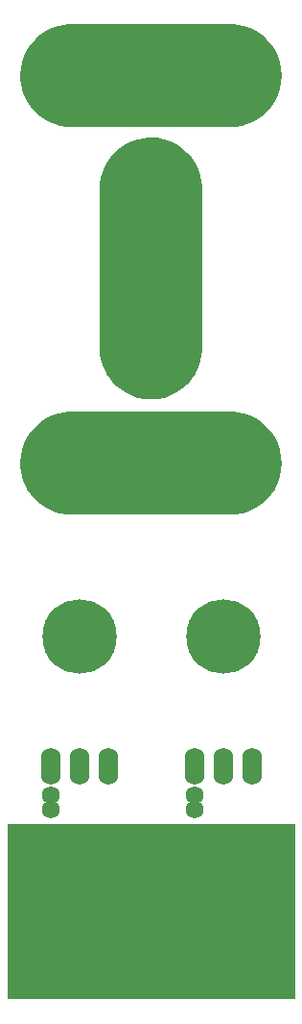
<source format=gbs>
G04 Layer_Color=16711935*
%FSAX24Y24*%
%MOIN*%
G70*
G01*
G75*
%ADD21C,0.0623*%
%ADD22C,0.1655*%
%ADD23O,0.0680X0.1280*%
%ADD24C,0.2580*%
%ADD25R,1.0000X0.6100*%
G36*
X017866Y034790D02*
X017867Y034790D01*
X017867Y034790D01*
X017869Y034790D01*
X017871Y034790D01*
X017872Y034789D01*
X017873Y034789D01*
X018210Y034733D01*
X018211Y034733D01*
X018212Y034733D01*
X018214Y034733D01*
X018216Y034732D01*
X018216Y034732D01*
X018217Y034732D01*
X018434Y034658D01*
X018439Y034656D01*
X018645Y034555D01*
X018649Y034552D01*
X018840Y034425D01*
X018844Y034421D01*
X019017Y034270D01*
X019020Y034266D01*
X019020Y034266D01*
X019172Y034094D01*
X019175Y034090D01*
X019302Y033899D01*
X019305Y033895D01*
X019406Y033689D01*
X019408Y033684D01*
X019482Y033467D01*
X019483Y033462D01*
X019528Y033237D01*
X019529Y033231D01*
X019544Y033003D01*
Y033003D01*
Y032997D01*
X019529Y032768D01*
X019528Y032763D01*
X019483Y032538D01*
Y032538D01*
X019482Y032533D01*
X019408Y032316D01*
X019406Y032311D01*
X019305Y032105D01*
X019302Y032101D01*
X019175Y031910D01*
X019172Y031906D01*
X019020Y031733D01*
X019017Y031730D01*
X019017Y031730D01*
X018844Y031578D01*
X018840Y031575D01*
X018649Y031448D01*
X018645Y031445D01*
X018439Y031344D01*
X018434Y031342D01*
X018217Y031268D01*
X018216Y031268D01*
X018216Y031268D01*
X018214Y031267D01*
X018212Y031267D01*
X018211Y031266D01*
X018211Y031266D01*
X017886Y031212D01*
X017886Y031212D01*
X017885Y031212D01*
X017883Y031211D01*
X017881Y031211D01*
X017881Y031211D01*
X017880Y031211D01*
X017770Y031210D01*
X017770Y031210D01*
X017770Y031210D01*
X012250Y031210D01*
X012135D01*
X012135Y031210D01*
X012134Y031210D01*
X012132Y031210D01*
X012130Y031210D01*
X012129Y031210D01*
X012129Y031210D01*
X011790Y031266D01*
X011789Y031267D01*
X011788Y031267D01*
X011786Y031267D01*
X011784Y031268D01*
X011784Y031268D01*
X011783Y031268D01*
X011566Y031342D01*
X011563Y031343D01*
X011561Y031344D01*
X011355Y031445D01*
X011355Y031445D01*
X011351Y031448D01*
X011160Y031575D01*
X011160Y031575D01*
X011157Y031578D01*
X011156Y031579D01*
X011156Y031579D01*
X010984Y031730D01*
X010980Y031733D01*
X010829Y031906D01*
X010825Y031910D01*
X010698Y032101D01*
X010695Y032105D01*
X010594Y032311D01*
X010593Y032313D01*
X010592Y032316D01*
X010518Y032533D01*
X010518Y032534D01*
X010518Y032534D01*
X010517Y032536D01*
X010517Y032538D01*
X010517Y032539D01*
X010517Y032540D01*
X010460Y032879D01*
X010460Y032879D01*
X010460Y032880D01*
X010460Y032882D01*
X010460Y032884D01*
X010460Y032885D01*
X010460Y032885D01*
Y033000D01*
X010460Y033000D01*
X010460Y033057D01*
X010460Y033059D01*
Y033060D01*
X010471Y033231D01*
X010472Y033237D01*
X010517Y033462D01*
X010518Y033467D01*
X010592Y033684D01*
X010593Y033687D01*
X010594Y033689D01*
X010695Y033895D01*
X010698Y033899D01*
X010825Y034090D01*
X010829Y034094D01*
X010829Y034094D01*
X010980Y034266D01*
X010984Y034270D01*
X010984Y034270D01*
X011156Y034421D01*
X011160Y034425D01*
X011351Y034552D01*
X011354Y034554D01*
X011355Y034555D01*
X011561Y034656D01*
X011563Y034657D01*
X011566Y034658D01*
X011783Y034732D01*
X011784Y034732D01*
X011784Y034732D01*
X011786Y034733D01*
X011788Y034733D01*
X011789Y034733D01*
X011790Y034733D01*
X012129Y034789D01*
X012129Y034790D01*
X012130Y034790D01*
X012132Y034790D01*
X012134Y034790D01*
X012135Y034790D01*
X012135Y034790D01*
X012250D01*
X012250Y034790D01*
X017752Y034790D01*
X017752Y034790D01*
X017752Y034790D01*
X017866Y034790D01*
D02*
G37*
G36*
X015059Y044290D02*
X015060D01*
X015231Y044279D01*
X015237Y044278D01*
X015462Y044233D01*
X015467Y044232D01*
X015684Y044158D01*
X015687Y044157D01*
X015689Y044156D01*
X015895Y044055D01*
X015899Y044052D01*
X016090Y043925D01*
X016094Y043921D01*
X016094Y043921D01*
X016266Y043770D01*
X016270Y043766D01*
X016270Y043766D01*
X016421Y043594D01*
X016425Y043590D01*
X016552Y043399D01*
X016554Y043396D01*
X016555Y043395D01*
X016656Y043189D01*
X016657Y043187D01*
X016658Y043184D01*
X016732Y042967D01*
X016732Y042966D01*
X016732Y042966D01*
X016733Y042964D01*
X016733Y042962D01*
X016733Y042961D01*
X016733Y042960D01*
X016789Y042621D01*
X016790Y042621D01*
X016790Y042620D01*
X016790Y042618D01*
X016790Y042616D01*
X016790Y042615D01*
X016790Y042615D01*
Y042500D01*
X016790Y042500D01*
X016790Y036998D01*
X016790Y036998D01*
X016790Y036998D01*
X016790Y036884D01*
X016790Y036883D01*
X016790Y036883D01*
X016790Y036881D01*
X016790Y036879D01*
X016789Y036878D01*
X016789Y036877D01*
X016733Y036540D01*
X016733Y036539D01*
X016733Y036538D01*
X016733Y036536D01*
X016732Y036534D01*
X016732Y036534D01*
X016732Y036533D01*
X016658Y036316D01*
X016656Y036311D01*
X016555Y036105D01*
X016552Y036101D01*
X016425Y035910D01*
X016421Y035906D01*
X016270Y035733D01*
X016266Y035730D01*
X016266Y035730D01*
X016094Y035578D01*
X016090Y035575D01*
X015899Y035448D01*
X015895Y035445D01*
X015689Y035344D01*
X015684Y035342D01*
X015467Y035268D01*
X015462Y035267D01*
X015237Y035222D01*
X015231Y035221D01*
X015003Y035206D01*
X014997D01*
X014768Y035221D01*
X014763Y035222D01*
X014538Y035267D01*
X014538D01*
X014533Y035268D01*
X014316Y035342D01*
X014311Y035344D01*
X014105Y035445D01*
X014101Y035448D01*
X013910Y035575D01*
X013906Y035578D01*
X013733Y035730D01*
X013730Y035733D01*
X013730Y035733D01*
X013578Y035906D01*
X013575Y035910D01*
X013448Y036101D01*
X013445Y036105D01*
X013344Y036311D01*
X013342Y036316D01*
X013268Y036533D01*
X013268Y036534D01*
X013268Y036534D01*
X013267Y036536D01*
X013267Y036538D01*
X013266Y036539D01*
X013266Y036539D01*
X013212Y036864D01*
X013212Y036864D01*
X013212Y036865D01*
X013211Y036867D01*
X013211Y036869D01*
X013211Y036869D01*
X013211Y036870D01*
X013210Y036980D01*
X013210Y036980D01*
X013210Y036980D01*
X013210Y042500D01*
Y042615D01*
X013210Y042615D01*
X013210Y042616D01*
X013210Y042618D01*
X013210Y042620D01*
X013210Y042621D01*
X013210Y042621D01*
X013266Y042960D01*
X013267Y042961D01*
X013267Y042962D01*
X013267Y042964D01*
X013268Y042966D01*
X013268Y042966D01*
X013268Y042967D01*
X013342Y043184D01*
X013343Y043187D01*
X013344Y043189D01*
X013445Y043395D01*
X013445Y043395D01*
X013448Y043399D01*
X013575Y043590D01*
X013575Y043590D01*
X013578Y043593D01*
X013579Y043594D01*
X013579Y043594D01*
X013730Y043766D01*
X013733Y043770D01*
X013906Y043921D01*
X013910Y043925D01*
X014101Y044052D01*
X014105Y044055D01*
X014311Y044156D01*
X014313Y044157D01*
X014316Y044158D01*
X014533Y044232D01*
X014534Y044232D01*
X014534Y044232D01*
X014536Y044233D01*
X014538Y044233D01*
X014539Y044233D01*
X014540Y044233D01*
X014879Y044290D01*
X014879Y044290D01*
X014880Y044290D01*
X014882Y044290D01*
X014884Y044290D01*
X014885Y044290D01*
X014885Y044290D01*
X015000D01*
X015000Y044290D01*
X015057Y044290D01*
X015059Y044290D01*
D02*
G37*
G36*
X017866Y048227D02*
X017867Y048227D01*
X017867Y048227D01*
X017869Y048227D01*
X017871Y048227D01*
X017872Y048226D01*
X017873Y048226D01*
X018210Y048170D01*
X018211Y048170D01*
X018212Y048170D01*
X018214Y048170D01*
X018216Y048169D01*
X018216Y048169D01*
X018217Y048169D01*
X018434Y048095D01*
X018439Y048093D01*
X018645Y047992D01*
X018649Y047989D01*
X018840Y047862D01*
X018844Y047858D01*
X019017Y047707D01*
X019020Y047703D01*
X019020Y047703D01*
X019172Y047531D01*
X019175Y047527D01*
X019302Y047336D01*
X019305Y047332D01*
X019406Y047126D01*
X019408Y047121D01*
X019482Y046904D01*
X019483Y046899D01*
X019528Y046674D01*
X019529Y046668D01*
X019544Y046440D01*
Y046440D01*
Y046434D01*
X019529Y046205D01*
X019528Y046200D01*
X019483Y045975D01*
Y045975D01*
X019482Y045970D01*
X019408Y045753D01*
X019406Y045748D01*
X019305Y045542D01*
X019302Y045538D01*
X019175Y045347D01*
X019172Y045343D01*
X019020Y045170D01*
X019017Y045167D01*
X019017Y045167D01*
X018844Y045015D01*
X018840Y045012D01*
X018649Y044885D01*
X018645Y044882D01*
X018439Y044781D01*
X018434Y044779D01*
X018217Y044705D01*
X018216Y044705D01*
X018216Y044705D01*
X018214Y044704D01*
X018212Y044704D01*
X018211Y044703D01*
X018211Y044703D01*
X017886Y044649D01*
X017886Y044649D01*
X017885Y044649D01*
X017883Y044648D01*
X017881Y044648D01*
X017881Y044648D01*
X017880Y044648D01*
X017770Y044647D01*
X017770Y044647D01*
X017770Y044647D01*
X012250Y044647D01*
X012135D01*
X012135Y044647D01*
X012134Y044647D01*
X012132Y044647D01*
X012130Y044647D01*
X012129Y044647D01*
X012129Y044647D01*
X011790Y044703D01*
X011789Y044704D01*
X011788Y044704D01*
X011786Y044704D01*
X011784Y044705D01*
X011784Y044705D01*
X011783Y044705D01*
X011566Y044779D01*
X011563Y044780D01*
X011561Y044781D01*
X011355Y044882D01*
X011355Y044882D01*
X011351Y044885D01*
X011160Y045012D01*
X011160Y045012D01*
X011157Y045015D01*
X011156Y045016D01*
X011156Y045016D01*
X010984Y045167D01*
X010980Y045170D01*
X010829Y045343D01*
X010825Y045347D01*
X010698Y045538D01*
X010695Y045542D01*
X010594Y045748D01*
X010593Y045750D01*
X010592Y045753D01*
X010518Y045970D01*
X010518Y045971D01*
X010518Y045971D01*
X010517Y045973D01*
X010517Y045975D01*
X010517Y045976D01*
X010517Y045977D01*
X010460Y046316D01*
X010460Y046316D01*
X010460Y046317D01*
X010460Y046319D01*
X010460Y046321D01*
X010460Y046322D01*
X010460Y046322D01*
Y046437D01*
X010460Y046437D01*
X010460Y046494D01*
X010460Y046496D01*
Y046497D01*
X010471Y046669D01*
X010472Y046674D01*
X010517Y046899D01*
X010518Y046904D01*
X010592Y047121D01*
X010593Y047124D01*
X010594Y047126D01*
X010695Y047332D01*
X010698Y047336D01*
X010825Y047527D01*
X010829Y047531D01*
X010829Y047531D01*
X010980Y047703D01*
X010984Y047707D01*
X010984Y047707D01*
X011156Y047858D01*
X011160Y047862D01*
X011351Y047989D01*
X011354Y047991D01*
X011355Y047992D01*
X011561Y048093D01*
X011563Y048094D01*
X011566Y048095D01*
X011783Y048169D01*
X011784Y048169D01*
X011784Y048169D01*
X011786Y048170D01*
X011788Y048170D01*
X011789Y048170D01*
X011790Y048170D01*
X012129Y048226D01*
X012129Y048227D01*
X012130Y048227D01*
X012132Y048227D01*
X012134Y048227D01*
X012135Y048227D01*
X012135Y048227D01*
X012250D01*
X012250Y048227D01*
X017752Y048227D01*
X017752Y048227D01*
X017752Y048227D01*
X017866Y048227D01*
D02*
G37*
D21*
X016500Y021500D02*
D03*
X011500D02*
D03*
Y021000D02*
D03*
X016500D02*
D03*
D22*
X015000Y042531D02*
D03*
Y046469D02*
D03*
Y033031D02*
D03*
Y036969D02*
D03*
D23*
X013500Y022500D02*
D03*
X012500D02*
D03*
X011500D02*
D03*
X018500D02*
D03*
X017500D02*
D03*
X016500D02*
D03*
D24*
X012500Y027000D02*
D03*
X017500D02*
D03*
X012500Y017500D02*
D03*
X017500D02*
D03*
D25*
X015000Y017450D02*
D03*
M02*

</source>
